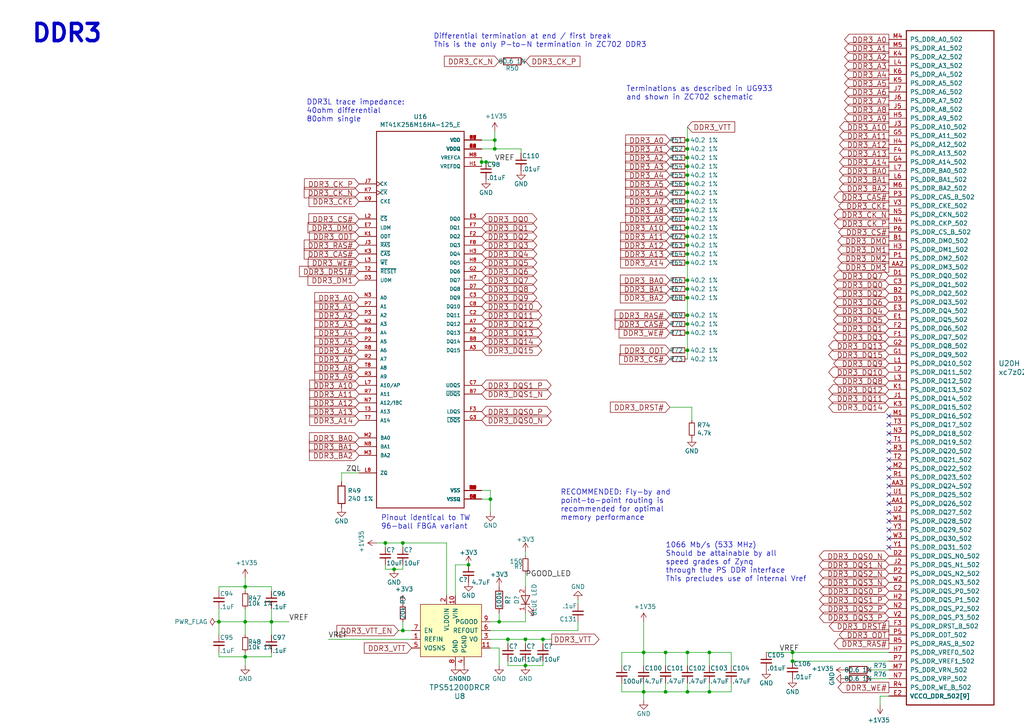
<source format=kicad_sch>
(kicad_sch (version 20231120) (generator "eeschema") (generator_version "8.0")
  (paper "A4")
  (junction (at 199.39 55.88))
  (junction (at 116.84 157.48))
  (junction (at 152.4 185.42))
  (junction (at 186.69 189.23))
  (junction (at 199.39 76.2))
  (junction (at 199.39 200.66))
  (junction (at 114.3 165.1))
  (junction (at 199.39 96.52))
  (junction (at 157.48 185.42))
  (junction (at 199.39 81.28))
  (junction (at 199.39 66.04))
  (junction (at 143.51 40.64))
  (junction (at 205.74 200.66))
  (junction (at 71.12 180.34))
  (junction (at 71.12 170.18))
  (junction (at 144.78 180.34))
  (junction (at 186.69 200.66))
  (junction (at 229.87 189.23))
  (junction (at 199.39 48.26))
  (junction (at 199.39 83.82))
  (junction (at 199.39 50.8))
  (junction (at 199.39 60.96))
  (junction (at 193.04 200.66))
  (junction (at 199.39 86.36))
  (junction (at 199.39 40.64))
  (junction (at 229.87 191.77))
  (junction (at 199.39 63.5))
  (junction (at 140.97 46.99))
  (junction (at 78.74 180.34))
  (junction (at 139.7 46.99))
  (junction (at 63.5 180.34))
  (junction (at 199.39 189.23))
  (junction (at 142.24 144.78))
  (junction (at 199.39 91.44))
  (junction (at 199.39 53.34))
  (junction (at 199.39 43.18))
  (junction (at 135.89 163.83))
  (junction (at 199.39 71.12))
  (junction (at 199.39 45.72))
  (junction (at 71.12 190.5))
  (junction (at 193.04 189.23))
  (junction (at 205.74 189.23))
  (junction (at 152.4 193.04))
  (junction (at 199.39 101.6))
  (junction (at 199.39 68.58))
  (junction (at 199.39 93.98))
  (junction (at 199.39 58.42))
  (junction (at 111.76 157.48))
  (junction (at 147.32 185.42))
  (junction (at 116.84 182.88))
  (junction (at 199.39 73.66))
  (junction (at 143.51 43.18))
  (no_connect (at 257.81 138.43))
  (no_connect (at 257.81 133.35))
  (no_connect (at 257.81 153.67))
  (no_connect (at 257.81 148.59))
  (no_connect (at 257.81 123.19))
  (no_connect (at 257.81 128.27))
  (no_connect (at 257.81 135.89))
  (no_connect (at 257.81 125.73))
  (no_connect (at 257.81 158.75))
  (no_connect (at 257.81 120.65))
  (no_connect (at 257.81 130.81))
  (no_connect (at 257.81 146.05))
  (no_connect (at 257.81 143.51))
  (no_connect (at 257.81 151.13))
  (no_connect (at 257.81 156.21))
  (no_connect (at 257.81 140.97))
  (wire (pts (xy 152.4 193.04) (xy 157.48 193.04)))
  (wire (pts (xy 71.12 170.18) (xy 71.12 171.45)))
  (wire (pts (xy 167.64 180.34) (xy 167.64 182.88)))
  (wire (pts (xy 119.38 182.88) (xy 116.84 182.88)))
  (wire (pts (xy 71.12 180.34) (xy 63.5 180.34)))
  (wire (pts (xy 143.51 38.1) (xy 143.51 40.64)))
  (wire (pts (xy 199.39 96.52) (xy 199.39 101.6)))
  (wire (pts (xy 71.12 167.64) (xy 71.12 170.18)))
  (wire (pts (xy 111.76 163.83) (xy 111.76 165.1)))
  (wire (pts (xy 252.73 196.85) (xy 257.81 196.85)))
  (wire (pts (xy 180.34 200.66) (xy 186.69 200.66)))
  (wire (pts (xy 186.69 189.23) (xy 186.69 193.04)))
  (wire (pts (xy 114.3 165.1) (xy 116.84 165.1)))
  (wire (pts (xy 199.39 101.6) (xy 199.39 104.14)))
  (wire (pts (xy 199.39 73.66) (xy 199.39 71.12)))
  (wire (pts (xy 104.14 137.16) (xy 99.06 137.16)))
  (wire (pts (xy 147.32 191.77) (xy 147.32 193.04)))
  (wire (pts (xy 255.27 201.93) (xy 255.27 204.47)))
  (wire (pts (xy 212.09 200.66) (xy 212.09 198.12)))
  (wire (pts (xy 229.87 191.77) (xy 257.81 191.77)))
  (wire (pts (xy 180.34 198.12) (xy 180.34 200.66)))
  (wire (pts (xy 152.4 186.69) (xy 152.4 185.42)))
  (wire (pts (xy 199.39 198.12) (xy 199.39 200.66)))
  (wire (pts (xy 139.7 142.24) (xy 142.24 142.24)))
  (wire (pts (xy 78.74 170.18) (xy 78.74 171.45)))
  (wire (pts (xy 147.32 186.69) (xy 147.32 185.42)))
  (wire (pts (xy 143.51 40.64) (xy 139.7 40.64)))
  (wire (pts (xy 78.74 180.34) (xy 78.74 184.15)))
  (wire (pts (xy 199.39 36.83) (xy 199.39 40.64)))
  (wire (pts (xy 152.4 161.29) (xy 152.4 160.02)))
  (wire (pts (xy 199.39 48.26) (xy 199.39 45.72)))
  (wire (pts (xy 152.4 166.37) (xy 152.4 170.18)))
  (wire (pts (xy 142.24 185.42) (xy 147.32 185.42)))
  (wire (pts (xy 152.4 191.77) (xy 152.4 193.04)))
  (wire (pts (xy 71.12 176.53) (xy 71.12 180.34)))
  (wire (pts (xy 142.24 182.88) (xy 167.64 182.88)))
  (wire (pts (xy 199.39 63.5) (xy 199.39 60.96)))
  (wire (pts (xy 111.76 157.48) (xy 116.84 157.48)))
  (wire (pts (xy 157.48 193.04) (xy 157.48 191.77)))
  (wire (pts (xy 205.74 198.12) (xy 205.74 200.66)))
  (wire (pts (xy 199.39 66.04) (xy 199.39 63.5)))
  (wire (pts (xy 199.39 60.96) (xy 199.39 58.42)))
  (wire (pts (xy 257.81 201.93) (xy 255.27 201.93)))
  (wire (pts (xy 199.39 58.42) (xy 199.39 55.88)))
  (wire (pts (xy 116.84 180.34) (xy 116.84 182.88)))
  (wire (pts (xy 71.12 170.18) (xy 78.74 170.18)))
  (wire (pts (xy 147.32 185.42) (xy 152.4 185.42)))
  (wire (pts (xy 186.69 200.66) (xy 186.69 203.2)))
  (wire (pts (xy 116.84 158.75) (xy 116.84 157.48)))
  (wire (pts (xy 199.39 81.28) (xy 199.39 76.2)))
  (wire (pts (xy 193.04 200.66) (xy 199.39 200.66)))
  (wire (pts (xy 95.25 185.42) (xy 119.38 185.42)))
  (wire (pts (xy 142.24 144.78) (xy 142.24 148.59)))
  (wire (pts (xy 129.54 157.48) (xy 129.54 172.72)))
  (wire (pts (xy 142.24 180.34) (xy 144.78 180.34)))
  (wire (pts (xy 63.5 180.34) (xy 63.5 184.15)))
  (wire (pts (xy 199.39 91.44) (xy 199.39 93.98)))
  (wire (pts (xy 152.4 180.34) (xy 144.78 180.34)))
  (wire (pts (xy 71.12 190.5) (xy 78.74 190.5)))
  (wire (pts (xy 78.74 176.53) (xy 78.74 180.34)))
  (wire (pts (xy 116.84 157.48) (xy 129.54 157.48)))
  (wire (pts (xy 186.69 198.12) (xy 186.69 200.66)))
  (wire (pts (xy 229.87 189.23) (xy 222.25 189.23)))
  (wire (pts (xy 257.81 194.31) (xy 252.73 194.31)))
  (wire (pts (xy 116.84 182.88) (xy 115.57 182.88)))
  (wire (pts (xy 205.74 200.66) (xy 212.09 200.66)))
  (wire (pts (xy 132.08 163.83) (xy 132.08 172.72)))
  (wire (pts (xy 109.22 157.48) (xy 111.76 157.48)))
  (wire (pts (xy 199.39 93.98) (xy 199.39 96.52)))
  (wire (pts (xy 193.04 189.23) (xy 199.39 189.23)))
  (wire (pts (xy 199.39 189.23) (xy 199.39 193.04)))
  (wire (pts (xy 152.4 177.8) (xy 152.4 180.34)))
  (wire (pts (xy 152.4 185.42) (xy 157.48 185.42)))
  (wire (pts (xy 139.7 43.18) (xy 143.51 43.18)))
  (wire (pts (xy 111.76 158.75) (xy 111.76 157.48)))
  (wire (pts (xy 212.09 189.23) (xy 212.09 193.04)))
  (wire (pts (xy 180.34 193.04) (xy 180.34 189.23)))
  (wire (pts (xy 199.39 55.88) (xy 199.39 53.34)))
  (wire (pts (xy 139.7 45.72) (xy 139.7 46.99)))
  (wire (pts (xy 157.48 185.42) (xy 160.02 185.42)))
  (wire (pts (xy 229.87 189.23) (xy 257.81 189.23)))
  (wire (pts (xy 140.97 46.99) (xy 143.51 46.99)))
  (wire (pts (xy 144.78 187.96) (xy 144.78 193.04)))
  (wire (pts (xy 199.39 86.36) (xy 199.39 91.44)))
  (wire (pts (xy 199.39 50.8) (xy 199.39 48.26)))
  (wire (pts (xy 194.31 118.11) (xy 200.66 118.11)))
  (wire (pts (xy 83.82 180.34) (xy 78.74 180.34)))
  (wire (pts (xy 199.39 68.58) (xy 199.39 66.04)))
  (wire (pts (xy 205.74 189.23) (xy 205.74 193.04)))
  (wire (pts (xy 199.39 45.72) (xy 199.39 43.18)))
  (wire (pts (xy 186.69 200.66) (xy 193.04 200.66)))
  (wire (pts (xy 111.76 165.1) (xy 114.3 165.1)))
  (wire (pts (xy 186.69 189.23) (xy 193.04 189.23)))
  (wire (pts (xy 135.89 163.83) (xy 132.08 163.83)))
  (wire (pts (xy 63.5 170.18) (xy 71.12 170.18)))
  (wire (pts (xy 151.13 43.18) (xy 151.13 44.45)))
  (wire (pts (xy 199.39 189.23) (xy 205.74 189.23)))
  (wire (pts (xy 200.66 118.11) (xy 200.66 121.92)))
  (wire (pts (xy 139.7 48.26) (xy 139.7 46.99)))
  (wire (pts (xy 99.06 137.16) (xy 99.06 139.7)))
  (wire (pts (xy 180.34 189.23) (xy 186.69 189.23)))
  (wire (pts (xy 157.48 186.69) (xy 157.48 185.42)))
  (wire (pts (xy 116.84 165.1) (xy 116.84 163.83)))
  (wire (pts (xy 199.39 76.2) (xy 199.39 73.66)))
  (wire (pts (xy 205.74 189.23) (xy 212.09 189.23)))
  (wire (pts (xy 139.7 46.99) (xy 140.97 46.99)))
  (wire (pts (xy 199.39 200.66) (xy 205.74 200.66)))
  (wire (pts (xy 193.04 189.23) (xy 193.04 193.04)))
  (wire (pts (xy 143.51 43.18) (xy 143.51 40.64)))
  (wire (pts (xy 71.12 189.23) (xy 71.12 190.5)))
  (wire (pts (xy 199.39 86.36) (xy 199.39 83.82)))
  (wire (pts (xy 71.12 190.5) (xy 71.12 193.04)))
  (wire (pts (xy 143.51 43.18) (xy 151.13 43.18)))
  (wire (pts (xy 63.5 189.23) (xy 63.5 190.5)))
  (wire (pts (xy 78.74 190.5) (xy 78.74 189.23)))
  (wire (pts (xy 78.74 180.34) (xy 71.12 180.34)))
  (wire (pts (xy 186.69 180.34) (xy 186.69 189.23)))
  (wire (pts (xy 199.39 71.12) (xy 199.39 68.58)))
  (wire (pts (xy 63.5 176.53) (xy 63.5 180.34)))
  (wire (pts (xy 71.12 180.34) (xy 71.12 184.15)))
  (wire (pts (xy 199.39 53.34) (xy 199.39 50.8)))
  (wire (pts (xy 147.32 193.04) (xy 152.4 193.04)))
  (wire (pts (xy 139.7 144.78) (xy 142.24 144.78)))
  (wire (pts (xy 167.64 173.99) (xy 167.64 175.26)))
  (wire (pts (xy 199.39 83.82) (xy 199.39 81.28)))
  (wire (pts (xy 63.5 190.5) (xy 71.12 190.5)))
  (wire (pts (xy 199.39 43.18) (xy 199.39 40.64)))
  (wire (pts (xy 63.5 171.45) (xy 63.5 170.18)))
  (wire (pts (xy 144.78 180.34) (xy 144.78 177.8)))
  (wire (pts (xy 142.24 187.96) (xy 144.78 187.96)))
  (wire (pts (xy 193.04 198.12) (xy 193.04 200.66)))
  (wire (pts (xy 142.24 142.24) (xy 142.24 144.78)))
  (wire (pts (xy 229.87 189.23) (xy 229.87 191.77)))
  (text "Terminations as described in UG933\nand shown in ZC702 schematic" (at 181.61 29.21 0) (effects (font (size 1.524 1.524)) (justify left bottom)))
  (text "Pinout identical to TW \n96-ball FBGA variant\n" (at 110.49 153.67 0) (effects (font (size 1.524 1.524)) (justify left bottom)))
  (text "DDR3" (at 8.89 12.7 0) (effects (font (size 5.0038 5.0038) (thickness 1.0008) (bold yes)) (justify left bottom)))
  (text "1066 Mb/s (533 MHz)\nShould be attainable by all \nspeed grades of Zynq\nthrough the PS DDR interface\nThis precludes use of internal Vref" (at 193.04 168.91 0) (effects (font (size 1.524 1.524)) (justify left bottom)))
  (text "Differential termination at end / first break\nThis is the only P-to-N termination in ZC702 DDR3" (at 125.73 13.97 0) (effects (font (size 1.524 1.524)) (justify left bottom)))
  (text "DDR3L trace impedance:\n40ohm differential\n80ohm single" (at 88.9 35.56 0) (effects (font (size 1.524 1.524)) (justify left bottom)))
  (text "RECOMMENDED: Fly-by and \npoint-to-point routing is\nrecommended for optimal \nmemory performance" (at 162.56 151.13 0) (effects (font (size 1.524 1.524)) (justify left bottom)))
  (label "VREF" (at 143.51 46.99 0) (effects (font (size 1.524 1.524))))
  (label "PGOOD_LED" (at 152.4 167.64 0) (effects (font (size 1.524 1.524))))
  (label "VREF" (at 95.25 185.42 0) (effects (font (size 1.524 1.524))))
  (label "VREF" (at 226.06 189.23 0) (effects (font (size 1.524 1.524))))
  (label "VREF" (at 83.82 180.34 0) (effects (font (size 1.524 1.524))))
  (label "ZQL" (at 100.33 137.16 0) (effects (font (size 1.4986 1.4986))))
  (global_label "DDR3_WE#" (shape input) (at 104.14 76.2 180) (effects (font (size 1.524 1.524))) (property "Intersheetrefs" "${INTERSHEET_REFS}" (effects (hide yes))))
  (global_label "DDR3_A0" (shape input) (at 104.14 86.36 180) (effects (font (size 1.524 1.524))) (property "Intersheetrefs" "${INTERSHEET_REFS}" (effects (hide yes))))
  (global_label "DDR3_DRST#" (shape output) (at 257.81 181.61 180) (effects (font (size 1.524 1.524))) (property "Intersheetrefs" "${INTERSHEET_REFS}" (effects (hide yes))))
  (global_label "DDR3_CK_N" (shape input) (at 104.14 55.88 180) (effects (font (size 1.524 1.524))) (property "Intersheetrefs" "${INTERSHEET_REFS}" (effects (hide yes))))
  (global_label "DDR3_CS#" (shape output) (at 257.81 67.31 180) (effects (font (size 1.524 1.524))) (property "Intersheetrefs" "${INTERSHEET_REFS}" (effects (hide yes))))
  (global_label "DDR3_A1" (shape input) (at 194.31 43.18 180) (effects (font (size 1.524 1.524))) (property "Intersheetrefs" "${INTERSHEET_REFS}" (effects (hide yes))))
  (global_label "DDR3_A9" (shape input) (at 194.31 63.5 180) (effects (font (size 1.524 1.524))) (property "Intersheetrefs" "${INTERSHEET_REFS}" (effects (hide yes))))
  (global_label "DDR3_CS#" (shape input) (at 194.31 104.14 180) (effects (font (size 1.524 1.524))) (property "Intersheetrefs" "${INTERSHEET_REFS}" (effects (hide yes))))
  (global_label "DDR3_A10" (shape output) (at 257.81 36.83 180) (effects (font (size 1.524 1.524))) (property "Intersheetrefs" "${INTERSHEET_REFS}" (effects (hide yes))))
  (global_label "DDR3_DQ3" (shape bidirectional) (at 257.81 97.79 180) (effects (font (size 1.524 1.524))) (property "Intersheetrefs" "${INTERSHEET_REFS}" (effects (hide yes))))
  (global_label "DDR3_DQ9" (shape bidirectional) (at 139.7 86.36 0) (effects (font (size 1.524 1.524))) (property "Intersheetrefs" "${INTERSHEET_REFS}" (effects (hide yes))))
  (global_label "DDR3_A4" (shape output) (at 257.81 21.59 180) (effects (font (size 1.524 1.524))) (property "Intersheetrefs" "${INTERSHEET_REFS}" (effects (hide yes))))
  (global_label "DDR3_BA0" (shape output) (at 257.81 49.53 180) (effects (font (size 1.524 1.524))) (property "Intersheetrefs" "${INTERSHEET_REFS}" (effects (hide yes))))
  (global_label "DDR3_DQ14" (shape bidirectional) (at 139.7 99.06 0) (effects (font (size 1.524 1.524))) (property "Intersheetrefs" "${INTERSHEET_REFS}" (effects (hide yes))))
  (global_label "DDR3_ODT" (shape input) (at 194.31 101.6 180) (effects (font (size 1.524 1.524))) (property "Intersheetrefs" "${INTERSHEET_REFS}" (effects (hide yes))))
  (global_label "DDR3_DRST#" (shape input) (at 104.14 78.74 180) (effects (font (size 1.524 1.524))) (property "Intersheetrefs" "${INTERSHEET_REFS}" (effects (hide yes))))
  (global_label "DDR3_CAS#" (shape output) (at 257.81 57.15 180) (effects (font (size 1.524 1.524))) (property "Intersheetrefs" "${INTERSHEET_REFS}" (effects (hide yes))))
  (global_label "DDR3_DQ6" (shape bidirectional) (at 139.7 78.74 0) (effects (font (size 1.524 1.524))) (property "Intersheetrefs" "${INTERSHEET_REFS}" (effects (hide yes))))
  (global_label "DDR3_DQ11" (shape bidirectional) (at 257.81 115.57 180) (effects (font (size 1.524 1.524))) (property "Intersheetrefs" "${INTERSHEET_REFS}" (effects (hide yes))))
  (global_label "DDR3_A0" (shape output) (at 257.81 11.43 180) (effects (font (size 1.524 1.524))) (property "Intersheetrefs" "${INTERSHEET_REFS}" (effects (hide yes))))
  (global_label "DDR3_CK_N" (shape output) (at 257.81 62.23 180) (effects (font (size 1.524 1.524))) (property "Intersheetrefs" "${INTERSHEET_REFS}" (effects (hide yes))))
  (global_label "DDR3_DQS3_N" (shape bidirectional) (at 257.81 168.91 180) (effects (font (size 1.524 1.524))) (property "Intersheetrefs" "${INTERSHEET_REFS}" (effects (hide yes))))
  (global_label "DDR3_A14" (shape input) (at 104.14 121.92 180) (effects (font (size 1.524 1.524))) (property "Intersheetrefs" "${INTERSHEET_REFS}" (effects (hide yes))))
  (global_label "DDR3_A3" (shape input) (at 104.14 93.98 180) (effects (font (size 1.524 1.524))) (property "Intersheetrefs" "${INTERSHEET_REFS}" (effects (hide yes))))
  (global_label "DDR3_A7" (shape input) (at 104.14 104.14 180) (effects (font (size 1.524 1.524))) (property "Intersheetrefs" "${INTERSHEET_REFS}" (effects (hide yes))))
  (global_label "DDR3_CK_P" (shape input) (at 152.4 17.78 0) (effects (font (size 1.524 1.524))) (property "Intersheetrefs" "${INTERSHEET_REFS}" (effects (hide yes))))
  (global_label "DDR3_DQ14" (shape bidirectional) (at 257.81 118.11 180) (effects (font (size 1.524 1.524))) (property "Intersheetrefs" "${INTERSHEET_REFS}" (effects (hide yes))))
  (global_label "DDR3_DQ15" (shape bidirectional) (at 139.7 101.6 0) (effects (font (size 1.524 1.524))) (property "Intersheetrefs" "${INTERSHEET_REFS}" (effects (hide yes))))
  (global_label "DDR3_A12" (shape input) (at 104.14 116.84 180) (effects (font (size 1.524 1.524))) (property "Intersheetrefs" "${INTERSHEET_REFS}" (effects (hide yes))))
  (global_label "DDR3_CK_P" (shape input) (at 104.14 53.34 180) (effects (font (size 1.524 1.524))) (property "Intersheetrefs" "${INTERSHEET_REFS}" (effects (hide yes))))
  (global_label "DDR3_DQ6" (shape bidirectional) (at 257.81 87.63 180) (effects (font (size 1.524 1.524))) (property "Intersheetrefs" "${INTERSHEET_REFS}" (effects (hide yes))))
  (global_label "DDR3_DQS2_P" (shape bidirectional) (at 257.81 176.53 180) (effects (font (size 1.524 1.524))) (property "Intersheetrefs" "${INTERSHEET_REFS}" (effects (hide yes))))
  (global_label "DDR3_DM1" (shape output) (at 257.81 72.39 180) (effects (font (size 1.524 1.524))) (property "Intersheetrefs" "${INTERSHEET_REFS}" (effects (hide yes))))
  (global_label "DDR3_A3" (shape input) (at 194.31 48.26 180) (effects (font (size 1.524 1.524))) (property "Intersheetrefs" "${INTERSHEET_REFS}" (effects (hide yes))))
  (global_label "DDR3_CKE" (shape output) (at 257.81 59.69 180) (effects (font (size 1.524 1.524))) (property "Intersheetrefs" "${INTERSHEET_REFS}" (effects (hide yes))))
  (global_label "DDR3_RAS#" (shape input) (at 104.14 71.12 180) (effects (font (size 1.524 1.524))) (property "Intersheetrefs" "${INTERSHEET_REFS}" (effects (hide yes))))
  (global_label "DDR3_A1" (shape input) (at 104.14 88.9 180) (effects (font (size 1.524 1.524))) (property "Intersheetrefs" "${INTERSHEET_REFS}" (effects (hide yes))))
  (global_label "DDR3_RAS#" (shape output) (at 257.81 186.69 180) (effects (font (size 1.524 1.524))) (property "Intersheetrefs" "${INTERSHEET_REFS}" (effects (hide yes))))
  (global_label "DDR3_A13" (shape output) (at 257.81 44.45 180) (effects (font (size 1.524 1.524))) (property "Intersheetrefs" "${INTERSHEET_REFS}" (effects (hide yes))))
  (global_label "DDR3_A12" (shape output) (at 257.81 41.91 180) (effects (font (size 1.524 1.524))) (property "Intersheetrefs" "${INTERSHEET_REFS}" (effects (hide yes))))
  (global_label "DDR3_DQ12" (shape bidirectional) (at 257.81 113.03 180) (effects (font (size 1.524 1.524))) (property "Intersheetrefs" "${INTERSHEET_REFS}" (effects (hide yes))))
  (global_label "DDR3_DQS0_P" (shape bidirectional) (at 257.81 171.45 180) (effects (font (size 1.524 1.524))) (property "Intersheetrefs" "${INTERSHEET_REFS}" (effects (hide yes))))
  (global_label "DDR3_DQS0_P" (shape bidirectional) (at 139.7 119.38 0) (effects (font (size 1.524 1.524))) (property "Intersheetrefs" "${INTERSHEET_REFS}" (effects (hide yes))))
  (global_label "DDR3_BA1" (shape output) (at 257.81 52.07 180) (effects (font (size 1.524 1.524))) (property "Intersheetrefs" "${INTERSHEET_REFS}" (effects (hide yes))))
  (global_label "DDR3_A12" (shape input) (at 194.31 71.12 180) (effects (font (size 1.524 1.524))) (property "Intersheetrefs" "${INTERSHEET_REFS}" (effects (hide yes))))
  (global_label "DDR3_A6" (shape input) (at 194.31 55.88 180) (effects (font (size 1.524 1.524))) (property "Intersheetrefs" "${INTERSHEET_REFS}" (effects (hide yes))))
  (global_label "DDR3_A10" (shape input) (at 194.31 66.04 180) (effects (font (size 1.524 1.524))) (property "Intersheetrefs" "${INTERSHEET_REFS}" (effects (hide yes))))
  (global_label "DDR3_VTT" (shape input) (at 199.39 36.83 0) (effects (font (size 1.524 1.524))) (property "Intersheetrefs" "${INTERSHEET_REFS}" (effects (hide yes))))
  (global_label "DDR3_BA1" (shape input) (at 194.31 83.82 180) (effects (font (size 1.524 1.524))) (property "Intersheetrefs" "${INTERSHEET_REFS}" (effects (hide yes))))
  (global_label "DDR3_DQ2" (shape bidirectional) (at 139.7 68.58 0) (effects (font (size 1.524 1.524))) (property "Intersheetrefs" "${INTERSHEET_REFS}" (effects (hide yes))))
  (global_label "DDR3_VTT" (shape input) (at 119.38 187.96 180) (effects (font (size 1.524 1.524))) (property "Intersheetrefs" "${INTERSHEET_REFS}" (effects (hide yes))))
  (global_label "DDR3_A13" (shape input) (at 194.31 73.66 180) (effects (font (size 1.524 1.524))) (property "Intersheetrefs" "${INTERSHEET_REFS}" (effects (hide yes))))
  (global_label "DDR3_DQS1_P" (shape bidirectional) (at 139.7 111.76 0) (effects (font (size 1.524 1.524))) (property "Intersheetrefs" "${INTERSHEET_REFS}" (effects (hide yes))))
  (global_label "DDR3_A1" (shape output) (at 257.81 13.97 180) (effects (font (size 1.524 1.524))) (property "Intersheetrefs" "${INTERSHEET_REFS}" (effects (hide yes))))
  (global_label "DDR3_DQ2" (shape bidirectional) (at 257.81 85.09 180) (effects (font (size 1.524 1.524))) (property "Intersheetrefs" "${INTERSHEET_REFS}" (effects (hide yes))))
  (global_label "DDR3_BA2" (shape input) (at 104.14 132.08 180) (effects (font (size 1.524 1.524))) (property "Intersheetrefs" "${INTERSHEET_REFS}" (effects (hide yes))))
  (global_label "DDR3_A11" (shape input) (at 194.31 68.58 180) (effects (font (size 1.524 1.524))) (property "Intersheetrefs" "${INTERSHEET_REFS}" (effects (hide yes))))
  (global_label "DDR3_ODT" (shape input) (at 104.14 68.58 180) (effects (font (size 1.524 1.524))) (property "Intersheetrefs" "${INTERSHEET_REFS}" (effects (hide yes))))
  (global_label "DDR3_A5" (shape input) (at 104.14 99.06 180) (effects (font (size 1.524 1.524))) (property "Intersheetrefs" "${INTERSHEET_REFS}" (effects (hide yes))))
  (global_label "DDR3_CKE" (shape input) (at 104.14 58.42 180) (effects (font (size 1.524 1.524))) (property "Intersheetrefs" "${INTERSHEET_REFS}" (effects (hide yes))))
  (global_label "DDR3_DQ3" (shape bidirectional) (at 139.7 71.12 0) (effects (font (size 1.524 1.524))) (property "Intersheetrefs" "${INTERSHEET_REFS}" (effects (hide yes))))
  (global_label "DDR3_DQ0" (shape bidirectional) (at 139.7 63.5 0) (effects (font (size 1.524 1.524))) (property "Intersheetrefs" "${INTERSHEET_REFS}" (effects (hide yes))))
  (global_label "DDR3_A14" (shape input) (at 194.31 76.2 180) (effects (font (size 1.524 1.524))) (property "Intersheetrefs" "${INTERSHEET_REFS}" (effects (hide yes))))
  (global_label "DDR3_A2" (shape input) (at 104.14 91.44 180) (effects (font (size 1.524 1.524))) (property "Intersheetrefs" "${INTERSHEET_REFS}" (effects (hide yes))))
  (global_label "DDR3_DQ9" (shape bidirectional) (at 257.81 105.41 180) (effects (font (size 1.524 1.524))) (property "Intersheetrefs" "${INTERSHEET_REFS}" (effects (hide yes))))
  (global_label "DDR3_DQ10" (shape bidirectional) (at 257.81 107.95 180) (effects (font (size 1.524 1.524))) (property "Intersheetrefs" "${INTERSHEET_REFS}" (effects (hide yes))))
  (global_label "DDR3_DQ8" (shape bidirectional) (at 139.7 83.82 0) (effects (font (size 1.524 1.524))) (property "Intersheetrefs" "${INTERSHEET_REFS}" (effects (hide yes))))
  (global_label "DDR3_DQ1" (shape bidirectional) (at 139.7 66.04 0) (effects (font (size 1.524 1.524))) (property "Intersheetrefs" "${INTERSHEET_REFS}" (effects (hide yes))))
  (global_label "DDR3_CAS#" (shape input) (at 194.31 93.98 180) (effects (font (size 1.524 1.524))) (property "Intersheetrefs" "${INTERSHEET_REFS}" (effects (hide yes))))
  (global_label "DDR3_A13" (shape input) (at 104.14 119.38 180) (effects (font (size 1.524 1.524))) (property "Intersheetrefs" "${INTERSHEET_REFS}" (effects (hide yes))))
  (global_label "DDR3_BA0" (shape input) (at 194.31 81.28 180) (effects (font (size 1.524 1.524))) (property "Intersheetrefs" "${INTERSHEET_REFS}" (effects (hide yes))))
  (global_label "DDR3_A9" (shape input) (at 104.14 109.22 180) (effects (font (size 1.524 1.524))) (property "Intersheetrefs" "${INTERSHEET_REFS}" (effects (hide yes))))
  (global_label "DDR3_A3" (shape output) (at 257.81 19.05 180) (effects (font (size 1.524 1.524))) (property "Intersheetrefs" "${INTERSHEET_REFS}" (effects (hide yes))))
  (global_label "DDR3_RAS#" (shape input) (at 194.31 91.44 180) (effects (font (size 1.524 1.524))) (property "Intersheetrefs" "${INTERSHEET_REFS}" (effects (hide yes))))
  (global_label "DDR3_A8" (shape input) (at 194.31 60.96 180) (effects (font (size 1.524 1.524))) (property "Intersheetrefs" "${INTERSHEET_REFS}" (effects (hide yes))))
  (global_label "DDR3_DQ7" (shape bidirectional) (at 139.7 81.28 0) (effects (font (size 1.524 1.524))) (property "Intersheetrefs" "${INTERSHEET_REFS}" (effects (hide yes))))
  (global_label "DDR3_A10" (shape input) (at 104.14 111.76 180) (effects (font (size 1.524 1.524))) (property "Intersheetrefs" "${INTERSHEET_REFS}" (effects (hide yes))))
  (global_label "DDR3_A6" (shape input) (at 104.14 101.6 180) (effects (font (size 1.524 1.524))) (property "Intersheetrefs" "${INTERSHEET_REFS}" (effects (hide yes))))
  (global_label "DDR3_DQ7" (shape bidirectional) (at 257.81 80.01 180) (effects (font (size 1.524 1.524))) (property "Intersheetrefs" "${INTERSHEET_REFS}" (effects (hide yes))))
  (global_label "DDR3_A4" (shape input) (at 194.31 50.8 180) (effects (font (size 1.524 1.524))) (property "Intersheetrefs" "${INTERSHEET_REFS}" (effects (hide yes))))
  (global_label "DDR3_DQ13" (shape bidirectional) (at 139.7 96.52 0) (effects (font (size 1.524 1.524))) (property "Intersheetrefs" "${INTERSHEET_REFS}" (effects (hide yes))))
  (global_label "DDR3_CK_P" (shape output) (at 257.81 64.77 180) (effects (font (size 1.524 1.524))) (property "Intersheetrefs" "${INTERSHEET_REFS}" (effects (hide yes))))
  (global_label "DDR3_DQ4" (shape bidirectional) (at 139.7 73.66 0) (effects (font (size 1.524 1.524))) (property "Intersheetrefs" "${INTERSHEET_REFS}" (effects (hide yes))))
  (global_label "DDR3_DQS0_N" (shape bidirectional) (at 139.7 121.92 0) (effects (font (size 1.524 1.524))) (property "Intersheetrefs" "${INTERSHEET_REFS}" (effects (hide yes))))
  (global_label "DDR3_CAS#" (shape input) (at 104.14 73.66 180) (effects (font (size 1.524 1.524))) (property "Intersheetrefs" "${INTERSHEET_REFS}" (effects (hide yes))))
  (global_label "DDR3_DQS1_N" (shape bidirectional) (at 139.7 114.3 0) (effects (font (size 1.524 1.524))) (property "Intersheetrefs" "${INTERSHEET_REFS}" (effects (hide yes))))
  (global_label "DDR3_ODT" (shape output) (at 257.81 184.15 180) (effects (font (size 1.524 1.524))) (property "Intersheetrefs" "${INTERSHEET_REFS}" (effects (hide yes))))
  (global_label "DDR3_DQ8" (shape bidirectional) (at 257.81 110.49 180) (effects (font (size 1.524 1.524))) (property "Intersheetrefs" "${INTERSHEET_REFS}" (effects (hide yes))))
  (global_label "DDR3_A5" (shape input) (at 194.31 53.34 180) (effects (font (size 1.524 1.524))) (property "Intersheetrefs" "${INTERSHEET_REFS}" (effects (hide yes))))
  (global_label "DDR3_A9" (shape output) (at 257.81 34.29 180) (effects (font (size 1.524 1.524))) (property "Intersheetrefs" "${INTERSHEET_REFS}" (effects (hide yes))))
  (global_label "DDR3_DM1" (shape input) (at 104.14 81.28 180) (effects (font (size 1.524 1.524))) (property "Intersheetrefs" "${INTERSHEET_REFS}" (effects (hide yes))))
  (global_label "DDR3_A4" (shape input) (at 104.14 96.52 180) (effects (font (size 1.524 1.524))) (property "Intersheetrefs" "${INTERSHEET_REFS}" (effects (hide yes))))
  (global_label "DDR3_DQ1" (shape bidirectional) (at 257.81 95.25 180) (effects (font (size 1.524 1.524))) (property "Intersheetrefs" "${INTERSHEET_REFS}" (effects (hide yes))))
  (global_label "DDR3_A6" (shape output) (at 257.81 26.67 180) (effects (font (size 1.524 1.524))) (property "Intersheetrefs" "${INTERSHEET_REFS}" (effects (hide yes))))
  (global_label "DDR3_VTT" (shape output) (at 160.02 185.42 0) (effects (font (size 1.524 1.524))) (property "Intersheetrefs" "${INTERSHEET_REFS}" (effects (hide yes))))
  (global_label "DDR3_A7" (shape output) (at 257.81 29.21 180) (effects (font (size 1.524 1.524))) (property "Intersheetrefs" "${INTERSHEET_REFS}" (effects (hide yes))))
  (global_label "DDR3_A0" (shape input) (at 194.31 40.64 180) (effects (font (size 1.524 1.524))) (property "Intersheetrefs" "${INTERSHEET_REFS}" (effects (hide yes))))
  (global_label "DDR3_DQ5" (shape bidirectional) (at 257.81 92.71 180) (effects (font (size 1.524 1.524))) (property "Intersheetrefs" "${INTERSHEET_REFS}" (effects (hide yes))))
  (global_label "DDR3_DQS1_P" (shape bidirectional) (at 257.81 173.99 180) (effects (font (size 1.524 1.524))) (property "Intersheetrefs" "${INTERSHEET_REFS}" (effects (hide yes))))
  (global_label "DDR3_BA2" (shape output) (at 257.81 54.61 180) (effects (font (size 1.524 1.524))) (property "Intersheetrefs" "${INTERSHEET_REFS}" (effects (hide yes))))
  (global_label "DDR3_DQS1_N" (shape bidirectional) (at 257.81 163.83 180) (effects (font (size 1.524 1.524))) (property "Intersheetrefs" "${INTERSHEET_REFS}" (effects (hide yes))))
  (global_label "DDR3_BA1" (shape input) (at 104.14 129.54 180) (effects (font (size 1.524 1.524))) (property "Intersheetrefs" "${INTERSHEET_REFS}" (effects (hide yes))))
  (global_label "DDR3_DQS3_P" (shape bidirectional) (at 257.81 179.07 180) (effects (font (size 1.524 1.524))) (property "Intersheetrefs" "${INTERSHEET_REFS}" (effects (hide yes))))
  (global_label "DDR3_CS#" (shape input) (at 104.14 63.5 180) (effects (font (size 1.524 1.524))) (property "Intersheetrefs" "${INTERSHEET_REFS}" (effects (hide yes))))
  (global_label "DDR3_DM2" (shape output) (at 257.81 74.93 180) (effects (font (size 1.524 1.524))) (property "Intersheetrefs" "${INTERSHEET_REFS}" (effects (hide yes))))
  (global_label "DDR3_DQ4" (shape bidirectional) (at 257.81 90.17 180) (effects (font (size 1.524 1.524))) (property "Intersheetrefs" "${INTERSHEET_REFS}" (effects (hide yes))))
  (global_label "DDR3_BA0" (shape input) (at 104.14 127 180) (effects (font (size 1.524 1.524))) (property "Intersheetrefs" "${INTERSHEET_REFS}" (effects (hide yes))))
  (global_label "DDR3_WE#" (shape output) (at 257.81 199.39 180) (effects (font (size 1.524 1.524))) (property "Intersheetrefs" "${INTERSHEET_REFS}" (effects (hide yes))))
  (global_label "DDR3_DM0" (shape input) (at 104.14 66.04 180) (effects (font (size 1.524 1.524))) (property "Intersheetrefs" "${INTERSHEET_REFS}" (effects (hide yes))))
  (global_label "DDR3_A8" (shape input) (at 104.14 106.68 180) (effects (font (size 1.524 1.524))) (property "Intersheetrefs" "${INTERSHEET_REFS}" (effects (hide yes))))
  (global_label "DDR3_A7" (shape input) (at 194.31 58.42 180) (effects (font (size 1.524 1.524))) (property "Intersheetrefs" "${INTERSHEET_REFS}" (effects (hide yes))))
  (global_label "DDR3_DQS2_N" (shape bidirectional) (at 257.81 166.37 180) (effects (font (size 1.524 1.524))) (property "Intersheetrefs" "${INTERSHEET_REFS}" (effects (hide yes))))
  (global_label "DDR3_DQ15" (shape bidirectional) (at 257.81 102.87 180) (effects (font (size 1.524 1.524))) (property "Intersheetrefs" "${INTERSHEET_REFS}" (effects (hide yes))))
  (global_label "DDR3_DQ12" (shape bidirectional) (at 139.7 93.98 0) (effects (font (size 1.524 1.524))) (property "Intersheetrefs" "${INTERSHEET_REFS}" (effects (hide yes))))
  (global_label "DDR3_A14" (shape output) (at 257.81 46.99 180) (effects (font (size 1.524 1.524))) (property "Intersheetrefs" "${INTERSHEET_REFS}" (effects (hide yes))))
  (global_label "DDR3_DQ11" (shape bidirectional) (at 139.7 91.44 0) (effects (font (size 1.524 1.524))) (property "Intersheetrefs" "${INTERSHEET_REFS}" (effects (hide yes))))
  (global_label "DDR3_DQ13" (shape bidirectional) (at 257.81 100.33 180) (effects (font (size 1.524 1.524))) (property "Intersheetrefs" "${INTERSHEET_REFS}" (effects (hide yes))))
  (global_label "DDR3_WE#" (shape input) (at 194.31 96.52 180) (effects (font (size 1.524 1.524))) (property "Intersheetrefs" "${INTERSHEET_REFS}" (effects (hide yes))))
  (global_label "DDR3_A2" (shape output) (at 257.81 16.51 180) (effects (font (size 1.524 1.524))) (property "Intersheetrefs" "${INTERSHEET_REFS}" (effects (hide yes))))
  (global_label "DDR3_CK_N" (shape input) (at 144.78 17.78 180) (effects (font (size 1.524 1.524))) (property "Intersheetrefs" "${INTERSHEET_REFS}" (effects (hide yes))))
  (global_label "DDR3_A5" (shape output) (at 257.81 24.13 180) (effects (font (size 1.524 1.524))) (property "Intersheetrefs" "${INTERSHEET_REFS}" (effects (hide yes))))
  (global_label "DDR3_A11" (shape input) (at 104.14 114.3 180) (effects (font (size 1.524 1.524))) (property "Intersheetrefs" "${INTERSHEET_REFS}" (effects (hide yes))))
  (global_label "DDR3_DM3" (shape output) (at 257.81 77.47 180) (effects (font (size 1.524 1.524))) (property "Intersheetrefs" "${INTERSHEET_REFS}" (effects (hide yes))))
  (global_label "DDR3_DM0" (shape output) (at 257.81 69.85 180) (effects (font (size 1.524 1.524))) (property "Intersheetrefs" "${INTERSHEET_REFS}" (effects (hide yes))))
  (global_label "DDR3_DQS0_N" (shape bidirectional) (at 257.81 161.29 180) (effects (font (size 1.524 1.524))) (property "Intersheetrefs" "${INTERSHEET_REFS}" (effects (hide yes))))
  (global_label "DDR3_DRST#" (shape input) (at 194.31 118.11 180) (effects (font (size 1.524 1.524))) (property "Intersheetrefs" "${INTERSHEET_REFS}" (effects (hide yes))))
  (global_label "DDR3_DQ10" (shape bidirectional) (at 139.7 88.9 0) (effects (font (size 1.524 1.524))) (property "Intersheetrefs" "${INTERSHEET_REFS}" (effects (hide yes))))
  (global_label "DDR3_A2" (shape input) (at 194.31 45.72 180) (effects (font (size 1.524 1.524))) (property "Intersheetrefs" "${INTERSHEET_REFS}" (effects (hide yes))))
  (global_label "DDR3_A8" (shape output) (at 257.81 31.75 180) (effects (font (size 1.524 1.524))) (property "Intersheetrefs" "${INTERSHEET_REFS}" (effects (hide yes))))
  (global_label "DDR3_VTT_EN" (shape input) (at 115.57 182.88 180) (effects (font (size 1.524 1.524))) (property "Intersheetrefs" "${INTERSHEET_REFS}" (effects (hide yes))))
  (global_label "DDR3_DQ0" (shape bidirectional) (at 257.81 82.55 180) (effects (font (size 1.524 1.524))) (property "Intersheetrefs" "${INTERSHEET_REFS}" (effects (hide yes))))
  (global_label "DDR3_DQ5" (shape bidirectional) (at 139.7 76.2 0) (effects (font (size 1.524 1.524))) (property "Intersheetrefs" "${INTERSHEET_REFS}" (effects (hide yes))))
  (global_label "DDR3_A11" (shape output) (at 257.81 39.37 180) (effects (font (size 1.524 1.524))) (property "Intersheetrefs" "${INTERSHEET_REFS}" (effects (hide yes))))
  (global_label "DDR3_BA2" (shape input) (at 194.31 86.36 180) (effects (font (size 1.524 1.524))) (property "Intersheetrefs" "${INTERSHEET_REFS}" (effects (hide yes))))
  (symbol (lib_id "DFTBoard-rescue:GND-power") (at 142.24 148.59 0) (unit 1)
    (property "Reference" "#PWR0157" (effects (hide yes)))
    (property "Value" "GND" (at 142.24 152.4 0))
  )
  (symbol (lib_id "Device:R_Small") (at 71.12 173.99 0) (unit 1)
    (property "Reference" "R47" (at 71.882 173.482 0) (effects (justify left)))
    (property "Value" "10k 1%" (at 71.882 175.006 0) (effects (justify left)))
    (property "Footprint" "Resistor_SMD:R_0402_1005Metric" (effects (hide yes)))
    (property "MFR" "Yageo" (effects (hide yes)))
    (property "SPR" "Digikey" (effects (hide yes)))
    (property "MPN" "RC0402FR-0710KL" (effects (hide yes)))
    (property "SPN" "311-10.0KLRCT-ND" (effects (hide yes)))
    (property "SPURL" "-" (effects (hide yes)))
  )
  (symbol (lib_id "DFTBoard-rescue:GND-power") (at 71.12 193.04 0) (unit 1)
    (property "Reference" "#PWR0154" (effects (hide yes)))
    (property "Value" "GND" (at 71.12 196.85 0))
  )
  (symbol (lib_id "Device:C_Small") (at 63.5 173.99 0) (unit 1)
    (property "Reference" "C94" (at 63.754 172.212 0) (effects (justify left)))
    (property "Value" ".1uF" (at 63.754 176.022 0) (effects (justify left)))
    (property "Footprint" "Capacitor_SMD:C_0402_1005Metric" (effects (hide yes)))
    (property "MFR" "Yageo" (effects (hide yes)))
    (property "MPN" "CC0402KRX7R6BB104" (effects (hide yes)))
    (property "SPR" "Digikey" (effects (hide yes)))
    (property "SPN" "311-1345-1-ND" (effects (hide yes)))
  )
  (symbol (lib_id "Device:C_Small") (at 63.5 186.69 0) (unit 1)
    (property "Reference" "C95" (at 63.754 184.912 0) (effects (justify left)))
    (property "Value" ".1uF" (at 63.754 188.722 0) (effects (justify left)))
    (property "Footprint" "Capacitor_SMD:C_0402_1005Metric" (effects (hide yes)))
    (property "MFR" "Yageo" (effects (hide yes)))
    (property "MPN" "CC0402KRX7R6BB104" (effects (hide yes)))
    (property "SPR" "Digikey" (effects (hide yes)))
    (property "SPN" "311-1345-1-ND" (effects (hide yes)))
  )
  (symbol (lib_id "Device:C_Small") (at 78.74 173.99 0) (unit 1)
    (property "Reference" "C96" (at 78.994 172.212 0) (effects (justify left)))
    (property "Value" ".1uF" (at 78.994 176.022 0) (effects (justify left)))
    (property "Footprint" "Capacitor_SMD:C_0402_1005Metric" (effects (hide yes)))
    (property "MFR" "Yageo" (effects (hide yes)))
    (property "MPN" "CC0402KRX7R6BB104" (effects (hide yes)))
    (property "SPR" "Digikey" (effects (hide yes)))
    (property "SPN" "311-1345-1-ND" (effects (hide yes)))
  )
  (symbol (lib_id "Device:C_Small") (at 78.74 186.69 0) (unit 1)
    (property "Reference" "C97" (at 78.994 184.912 0) (effects (justify left)))
    (property "Value" ".1uF" (at 78.994 188.722 0) (effects (justify left)))
    (property "Footprint" "Capacitor_SMD:C_0402_1005Metric" (effects (hide yes)))
    (property "MFR" "Yageo" (effects (hide yes)))
    (property "MPN" "CC0402KRX7R6BB104" (effects (hide yes)))
    (property "SPR" "Digikey" (effects (hide yes)))
    (property "SPN" "311-1345-1-ND" (effects (hide yes)))
  )
  (symbol (lib_id "Device:C_Small") (at 186.69 195.58 0) (unit 1)
    (property "Reference" "C100" (at 186.944 193.802 0) (effects (justify left)))
    (property "Value" "4.7uF" (at 186.944 197.612 0) (effects (justify left)))
    (property "Footprint" "Capacitor_SMD:C_0402_1005Metric" (effects (hide yes)))
    (property "MFR" "Murata" (effects (hide yes)))
    (property "MPN" "GRM155R60G475ME47D" (effects (hide yes)))
    (property "SPR" "Digikey" (effects (hide yes)))
    (property "SPN" "490-11980-1-ND" (effects (hide yes)))
  )
  (symbol (lib_id "Device:C_Small") (at 193.04 195.58 0) (unit 1)
    (property "Reference" "C101" (at 193.294 193.802 0) (effects (justify left)))
    (property "Value" ".47uF" (at 193.294 197.612 0) (effects (justify left)))
    (property "Footprint" "Capacitor_SMD:C_0402_1005Metric" (effects (hide yes)))
    (property "MFR" "Yageo" (effects (hide yes)))
    (property "MPN" "CC0402KRX5R5BB474" (effects (hide yes)))
    (property "SPR" "Digikey" (effects (hide yes)))
    (property "SPN" "311-1684-1-ND" (effects (hide yes)))
  )
  (symbol (lib_id "Device:C_Small") (at 199.39 195.58 0) (unit 1)
    (property "Reference" "C102" (at 199.644 193.802 0) (effects (justify left)))
    (property "Value" ".47uF" (at 199.644 197.612 0) (effects (justify left)))
    (property "Footprint" "Capacitor_SMD:C_0402_1005Metric" (effects (hide yes)))
    (property "MFR" "Yageo" (effects (hide yes)))
    (property "MPN" "CC0402KRX5R5BB474" (effects (hide yes)))
    (property "SPR" "Digikey" (effects (hide yes)))
    (property "SPN" "311-1684-1-ND" (effects (hide yes)))
  )
  (symbol (lib_id "Device:C_Small") (at 205.74 195.58 0) (unit 1)
    (property "Reference" "C103" (at 205.994 193.802 0) (effects (justify left)))
    (property "Value" ".47uF" (at 205.994 197.612 0) (effects (justify left)))
    (property "Footprint" "Capacitor_SMD:C_0402_1005Metric" (effects (hide yes)))
    (property "MFR" "Yageo" (effects (hide yes)))
    (property "MPN" "CC0402KRX5R5BB474" (effects (hide yes)))
    (property "SPR" "Digikey" (effects (hide yes)))
    (property "SPN" "311-1684-1-ND" (effects (hide yes)))
  )
  (symbol (lib_id "Device:C_Small") (at 212.09 195.58 0) (unit 1)
    (property "Reference" "C104" (at 212.344 193.802 0) (effects (justify left)))
    (property "Value" ".47uF" (at 212.344 197.612 0) (effects (justify left)))
    (property "Footprint" "Capacitor_SMD:C_0402_1005Metric" (effects (hide yes)))
    (property "MFR" "Yageo" (effects (hide yes)))
    (property "MPN" "CC0402KRX5R5BB474" (effects (hide yes)))
    (property "SPR" "Digikey" (effects (hide yes)))
    (property "SPN" "311-1684-1-ND" (effects (hide yes)))
  )
  (symbol (lib_id "DFTBoard-rescue:GND-power") (at 186.69 203.2 0) (unit 1)
    (property "Reference" "#PWR0162" (effects (hide yes)))
    (property "Value" "GND" (at 186.69 207.01 0))
  )
  (symbol (lib_id "Device:R") (at 148.59 17.78 270) (unit 1)
    (property "Reference" "R50" (at 148.59 19.812 90))
    (property "Value" "80.6 1%" (at 148.59 17.78 90))
    (property "Footprint" "Resistor_SMD:R_0402_1005Metric" (effects (hide yes)))
    (property "MFR" "Yageo" (effects (hide yes)))
    (property "SPR" "Digikey" (effects (hide yes)))
    (property "MPN" "RC0402FR-0780R6L" (effects (hide yes)))
    (property "SPN" "311-80.6LRTR-ND" (effects (hide yes)))
    (property "SPURL" "-" (effects (hide yes)))
  )
  (symbol (lib_id "DFTBoard-rescue:MT41K256M16HA-125_E-MT41K256M16HA-125_E") (at 121.92 93.98 0) (unit 1)
    (property "Reference" "U16" (at 121.92 33.8582 0))
    (property "Value" "MT41K256M16HA-125_E" (at 121.92 36.1696 0))
    (property "Footprint" "DFTcustom:FBGA-96-DDR3-SDRAM" (effects (hide yes)))
    (property "Datasheet" "FBGA-96 Micron" (effects (hide yes)))
    (property "Field4" "V80a .256mx16 Ddr3 Sdram Plastic Commercial Pbf Fbga 1.35v" (effects (hide yes)))
    (property "Field5" "Micron Technology" (effects (hide yes)))
    (property "Field6" "None" (effects (hide yes)))
    (property "Field7" "MT41K256M16HA-125:E" (effects (hide yes)))
    (property "Field8" "Unavailable" (effects (hide yes)))
    (property "MFR" "Micron" (effects (hide yes)))
    (property "MPN" "MT41K256M16TW-107" (effects (hide yes)))
    (property "SPR" "Digikey" (effects (hide yes)))
    (property "SPN" "557-2006-6-ND" (effects (hide yes)))
    (property "SPURL" "-" (effects (hide yes)))
  )
  (symbol (lib_id "DFTBoard-rescue:+1V35-power") (at 143.51 38.1 0) (unit 1)
    (property "Reference" "#PWR0158" (effects (hide yes)))
    (property "Value" "+1V35" (at 143.891 33.7058 0))
  )
  (symbol (lib_id "Device:R") (at 99.06 143.51 0) (unit 1)
    (property "Reference" "R49" (at 100.838 142.3416 0) (effects (justify left)))
    (property "Value" "240 1%" (at 100.838 144.653 0) (effects (justify left)))
    (property "Footprint" "Resistor_SMD:R_0402_1005Metric" (effects (hide yes)))
    (property "MFR" "Yageo" (effects (hide yes)))
    (property "MPN" "RC0402FR-07240RL" (effects (hide yes)))
    (property "SPR" "Digikey" (effects (hide yes)))
    (property "SPN" "311-240LRTR-ND" (effects (hide yes)))
    (property "SPURL" "-" (effects (hide yes)))
  )
  (symbol (lib_id "DFTBoard-rescue:GND-power") (at 99.06 147.32 0) (unit 1)
    (property "Reference" "#PWR0155" (effects (hide yes)))
    (property "Value" "GND" (at 99.06 151.13 0))
  )
  (symbol (lib_id "Device:C_Small") (at 229.87 194.31 0) (unit 1)
    (property "Reference" "C106" (at 230.124 192.532 0) (effects (justify left)))
    (property "Value" ".01uF" (at 230.124 196.342 0) (effects (justify left)))
    (property "Footprint" "Capacitor_SMD:C_0402_1005Metric" (effects (hide yes)))
    (property "MFR" "Murata" (effects (hide yes)))
    (property "SPR" "Digikey" (effects (hide yes)))
    (property "MPN" "GRM155R71H103KA88J" (effects (hide yes)))
    (property "SPN" "490-6351-1-ND" (effects (hide yes)))
    (property "SPURL" "-" (effects (hide yes)))
  )
  (symbol (lib_id "Device:C_Small") (at 222.25 191.77 0) (unit 1)
    (property "Reference" "C105" (at 222.504 189.992 0) (effects (justify left)))
    (property "Value" ".01uF" (at 222.504 193.802 0) (effects (justify left)))
    (property "Footprint" "Capacitor_SMD:C_0402_1005Metric" (effects (hide yes)))
    (property "MFR" "Murata" (effects (hide yes)))
    (property "SPR" "Digikey" (effects (hide yes)))
    (property "MPN" "GRM155R71H103KA88J" (effects (hide yes)))
    (property "SPN" "490-6351-1-ND" (effects (hide yes)))
    (property "SPURL" "-" (effects (hide yes)))
  )
  (symbol (lib_id "DFTBoard-rescue:GND-power") (at 229.87 196.85 0) (unit 1)
    (property "Reference" "#PWR0164" (effects (hide yes)))
    (property "Value" "GND" (at 229.87 200.66 0))
  )
  (symbol (lib_id "DFTBoard-rescue:GND-power") (at 222.25 194.31 0) (unit 1)
    (property "Reference" "#PWR0163" (effects (hide yes)))
    (property "Value" "GND" (at 222.25 198.12 0))
  )
  (symbol (lib_id "Device:R") (at 248.92 194.31 270) (unit 1)
    (property "Reference" "R75" (at 255.27 193.04 90))
    (property "Value" "80.6 1%" (at 248.92 194.31 90))
    (property "Footprint" "Resistor_SMD:R_0402_1005Metric" (effects (hide yes)))
    (property "MFR" "Yageo" (effects (hide yes)))
    (property "MPN" "RC0402FR-0780R6L" (effects (hide yes)))
    (property "SPR" "Digikey" (effects (hide yes)))
    (property "SPN" "311-80.6LRTR-ND" (effects (hide yes)))
    (property "SPURL" "-" (effects (hide yes)))
  )
  (symbol (lib_id "Device:R") (at 248.92 196.85 270) (unit 1)
    (property "Reference" "R76" (at 255.27 195.58 90))
    (property "Value" "80.6 1%" (at 248.92 196.85 90))
    (property "Footprint" "Resistor_SMD:R_0402_1005Metric" (effects (hide yes)))
    (property "MFR" "Yageo" (effects (hide yes)))
    (property "MPN" "RC0402FR-0780R6L" (effects (hide yes)))
    (property "SPR" "Digikey" (effects (hide yes)))
    (property "SPN" "311-80.6LRTR-ND" (effects (hide yes)))
    (property "SPURL" "-" (effects (hide yes)))
  )
  (symbol (lib_id "DFTBoard-rescue:+1V35-power") (at 245.11 194.31 90) (unit 1)
    (property "Reference" "#PWR0165" (effects (hide yes)))
    (property "Value" "+1V35" (at 241.8588 193.929 90) (effects (justify left)))
  )
  (symbol (lib_id "DFTBoard-rescue:GND-power") (at 245.11 196.85 270) (unit 1)
    (property "Reference" "#PWR0166" (effects (hide yes)))
    (property "Value" "GND" (at 241.3 196.85 0))
  )
  (symbol (lib_id "DFTBoard-rescue:+1V35-power") (at 255.27 204.47 180) (unit 1)
    (property "Reference" "#PWR0167" (effects (hide yes)))
    (property "Value" "+1V35" (at 254.889 208.8642 0))
  )
  (symbol (lib_id "Device:C_Small") (at 140.97 49.53 0) (unit 1)
    (property "Reference" "C98" (at 141.224 47.752 0) (effects (justify left)))
    (property "Value" ".01uF" (at 141.224 51.562 0) (effects (justify left)))
    (property "Footprint" "Capacitor_SMD:C_0402_1005Metric" (effects (hide yes)))
    (property "MFR" "Murata" (effects (hide yes)))
    (property "SPR" "Digikey" (effects (hide yes)))
    (property "MPN" "GRM155R71H103KA88J" (effects (hide yes)))
    (property "SPN" "490-6351-1-ND" (effects (hide yes)))
    (property "SPURL" "-" (effects (hide yes)))
  )
  (symbol (lib_id "DFTBoard-rescue:GND-power") (at 140.97 52.07 0) (unit 1)
    (property "Reference" "#PWR0156" (effects (hide yes)))
    (property "Value" "GND" (at 140.97 55.88 0))
  )
  (symbol (lib_id "Device:R_Small") (at 71.12 186.69 0) (unit 1)
    (property "Reference" "R48" (at 71.882 186.182 0) (effects (justify left)))
    (property "Value" "10k 1%" (at 71.882 187.706 0) (effects (justify left)))
    (property "Footprint" "Resistor_SMD:R_0402_1005Metric" (effects (hide yes)))
    (property "MFR" "Yageo" (effects (hide yes)))
    (property "SPR" "Digikey" (effects (hide yes)))
    (property "MPN" "RC0402FR-0710KL" (effects (hide yes)))
    (property "SPN" "311-10.0KLRCT-ND" (effects (hide yes)))
    (property "SPURL" "-" (effects (hide yes)))
  )
  (symbol (lib_id "DFTBoard-rescue:+1V35-power") (at 71.12 167.64 0) (unit 1)
    (property "Reference" "#PWR0153" (effects (hide yes)))
    (property "Value" "+1V35" (at 71.501 163.2458 0))
  )
  (symbol (lib_id "Device:R_Small") (at 196.85 43.18 90) (unit 1)
    (property "Reference" "R52" (at 198.12 43.18 90) (effects (justify left)))
    (property "Value" "40.2 1%" (at 208.28 43.18 90) (effects (justify left)))
    (property "Footprint" "Resistor_SMD:R_0402_1005Metric" (effects (hide yes)))
    (property "MFR" "Yageo" (effects (hide yes)))
    (property "MPN" "RC0402FR-0740R2L" (effects (hide yes)))
    (property "SPR" "Digikey" (effects (hide yes)))
    (property "SPN" "311-40.2LRTR-ND" (effects (hide yes)))
    (property "SPURL" "-" (effects (hide yes)))
  )
  (symbol (lib_id "Device:R_Small") (at 196.85 40.64 90) (unit 1)
    (property "Reference" "R51" (at 198.12 40.64 90) (effects (justify left)))
    (property "Value" "40.2 1%" (at 208.28 40.64 90) (effects (justify left)))
    (property "Footprint" "Resistor_SMD:R_0402_1005Metric" (effects (hide yes)))
    (property "MFR" "Yageo" (effects (hide yes)))
    (property "MPN" "RC0402FR-0740R2L" (effects (hide yes)))
    (property "SPR" "Digikey" (effects (hide yes)))
    (property "SPN" "311-40.2LRTR-ND" (effects (hide yes)))
    (property "SPURL" "-" (effects (hide yes)))
  )
  (symbol (lib_id "Device:R_Small") (at 196.85 48.26 90) (unit 1)
    (property "Reference" "R54" (at 198.12 48.26 90) (effects (justify left)))
    (property "Value" "40.2 1%" (at 208.28 48.26 90) (effects (justify left)))
    (property "Footprint" "Resistor_SMD:R_0402_1005Metric" (effects (hide yes)))
    (property "MFR" "Yageo" (effects (hide yes)))
    (property "MPN" "RC0402FR-0740R2L" (effects (hide yes)))
    (property "SPR" "Digikey" (effects (hide yes)))
    (property "SPN" "311-40.2LRTR-ND" (effects (hide yes)))
    (property "SPURL" "-" (effects (hide yes)))
  )
  (symbol (lib_id "Device:R_Small") (at 196.85 45.72 90) (unit 1)
    (property "Reference" "R53" (at 198.12 45.72 90) (effects (justify left)))
    (property "Value" "40.2 1%" (at 208.28 45.72 90) (effects (justify left)))
    (property "Footprint" "Resistor_SMD:R_0402_1005Metric" (effects (hide yes)))
    (property "MFR" "Yageo" (effects (hide yes)))
    (property "MPN" "RC0402FR-0740R2L" (effects (hide yes)))
    (property "SPR" "Digikey" (effects (hide yes)))
    (property "SPN" "311-40.2LRTR-ND" (effects (hide yes)))
    (property "SPURL" "-" (effects (hide yes)))
  )
  (symbol (lib_id "Device:R_Small") (at 196.85 53.34 90) (unit 1)
    (property "Reference" "R56" (at 198.12 53.34 90) (effects (justify left)))
    (property "Value" "40.2 1%" (at 208.28 53.34 90) (effects (justify left)))
    (property "Footprint" "Resistor_SMD:R_0402_1005Metric" (effects (hide yes)))
    (property "MFR" "Yageo" (effects (hide yes)))
    (property "MPN" "RC0402FR-0740R2L" (effects (hide yes)))
    (property "SPR" "Digikey" (effects (hide yes)))
    (property "SPN" "311-40.2LRTR-ND" (effects (hide yes)))
    (property "SPURL" "-" (effects (hide yes)))
  )
  (symbol (lib_id "Device:R_Small") (at 196.85 50.8 90) (unit 1)
    (property "Reference" "R55" (at 198.12 50.8 90) (effects (justify left)))
    (property "Value" "40.2 1%" (at 208.28 50.8 90) (effects (justify left)))
    (property "Footprint" "Resistor_SMD:R_0402_1005Metric" (effects (hide yes)))
    (property "MFR" "Yageo" (effects (hide yes)))
    (property "MPN" "RC0402FR-0740R2L" (effects (hide yes)))
    (property "SPR" "Digikey" (effects (hide yes)))
    (property "SPN" "311-40.2LRTR-ND" (effects (hide yes)))
    (property "SPURL" "-" (effects (hide yes)))
  )
  (symbol (lib_id "Device:R_Small") (at 196.85 58.42 90) (unit 1)
    (property "Reference" "R58" (at 198.12 58.42 90) (effects (justify left)))
    (property "Value" "40.2 1%" (at 208.28 58.42 90) (effects (justify left)))
    (property "Footprint" "Resistor_SMD:R_0402_1005Metric" (effects (hide yes)))
    (property "MFR" "Yageo" (effects (hide yes)))
    (property "MPN" "RC0402FR-0740R2L" (effects (hide yes)))
    (property "SPR" "Digikey" (effects (hide yes)))
    (property "SPN" "311-40.2LRTR-ND" (effects (hide yes)))
    (property "SPURL" "-" (effects (hide yes)))
  )
  (symbol (lib_id "Device:R_Small") (at 196.85 55.88 90) (unit 1)
    (property "Reference" "R57" (at 198.12 55.88 90) (effects (justify left)))
    (property "Value" "40.2 1%" (at 208.28 55.88 90) (effects (justify left)))
    (property "Footprint" "Resistor_SMD:R_0402_1005Metric" (effects (hide yes)))
    (property "MFR" "Yageo" (effects (hide yes)))
    (property "MPN" "RC0402FR-0740R2L" (effects (hide yes)))
    (property "SPR" "Digikey" (effects (hide yes)))
    (property "SPN" "311-40.2LRTR-ND" (effects (hide yes)))
    (property "SPURL" "-" (effects (hide yes)))
  )
  (symbol (lib_id "Device:R_Small") (at 196.85 63.5 90) (unit 1)
    (property "Reference" "R60" (at 198.12 63.5 90) (effects (justify left)))
    (property "Value" "40.2 1%" (at 208.28 63.5 90) (effects (justify left)))
    (property "Footprint" "Resistor_SMD:R_0402_1005Metric" (effects (hide yes)))
    (property "MFR" "Yageo" (effects (hide yes)))
    (property "MPN" "RC0402FR-0740R2L" (effects (hide yes)))
    (property "SPR" "Digikey" (effects (hide yes)))
    (property "SPN" "311-40.2LRTR-ND" (effects (hide yes)))
    (property "SPURL" "-" (effects (hide yes)))
  )
  (symbol (lib_id "Device:R_Small") (at 196.85 60.96 90) (unit 1)
    (property "Reference" "R59" (at 198.12 60.96 90) (effects (justify left)))
    (property "Value" "40.2 1%" (at 208.28 60.96 90) (effects (justify left)))
    (property "Footprint" "Resistor_SMD:R_0402_1005Metric" (effects (hide yes)))
    (property "MFR" "Yageo" (effects (hide yes)))
    (property "MPN" "RC0402FR-0740R2L" (effects (hide yes)))
    (property "SPR" "Digikey" (effects (hide yes)))
    (property "SPN" "311-40.2LRTR-ND" (effects (hide yes)))
    (property "SPURL" "-" (effects (hide yes)))
  )
  (symbol (lib_id "Device:R_Small") (at 196.85 68.58 90) (unit 1)
    (property "Reference" "R62" (at 198.12 68.58 90) (effects (justify left)))
    (property "Value" "40.2 1%" (at 208.28 68.58 90) (effects (justify left)))
    (property "Footprint" "Resistor_SMD:R_0402_1005Metric" (effects (hide yes)))
    (property "MFR" "Yageo" (effects (hide yes)))
    (property "MPN" "RC0402FR-0740R2L" (effects (hide yes)))
    (property "SPR" "Digikey" (effects (hide yes)))
    (property "SPN" "311-40.2LRTR-ND" (effects (hide yes)))
    (property "SPURL" "-" (effects (hide yes)))
  )
  (symbol (lib_id "Device:R_Small") (at 196.85 66.04 90) (unit 1)
    (property "Reference" "R61" (at 198.12 66.04 90) (effects (justify left)))
    (property "Value" "40.2 1%" (at 208.28 66.04 90) (effects (justify left)))
    (property "Footprint" "Resistor_SMD:R_0402_1005Metric" (effects (hide yes)))
    (property "MFR" "Yageo" (effects (hide yes)))
    (property "MPN" "RC0402FR-0740R2L" (effects (hide yes)))
    (property "SPR" "Digikey" (effects (hide yes)))
    (property "SPN" "311-40.2LRTR-ND" (effects (hide yes)))
    (property "SPURL" "-" (effects (hide yes)))
  )
  (symbol (lib_id "Device:R_Small") (at 196.85 73.66 90) (unit 1)
    (property "Reference" "R64" (at 198.12 73.66 90) (effects (justify left)))
    (property "Value" "40.2 1%" (at 208.28 73.66 90) (effects (justify left)))
    (property "Footprint" "Resistor_SMD:R_0402_1005Metric" (effects (hide yes)))
    (property "MFR" "Yageo" (effects (hide yes)))
    (property "MPN" "RC0402FR-0740R2L" (effects (hide yes)))
    (property "SPR" "Digikey" (effects (hide yes)))
    (property "SPN" "311-40.2LRTR-ND" (effects (hide yes)))
    (property "SPURL" "-" (effects (hide yes)))
  )
  (symbol (lib_id "Device:R_Small") (at 196.85 71.12 90) (unit 1)
    (property "Reference" "R63" (at 198.12 71.12 90) (effects (justify left)))
    (property "Value" "40.2 1%" (at 208.28 71.12 90) (effects (justify left)))
    (property "Footprint" "Resistor_SMD:R_0402_1005Metric" (effects (hide yes)))
    (property "MFR" "Yageo" (effects (hide yes)))
    (property "MPN" "RC0402FR-0740R2L" (effects (hide yes)))
    (property "SPR" "Digikey" (effects (hide yes)))
    (property "SPN" "311-40.2LRTR-ND" (effects (hide yes)))
    (property "SPURL" "-" (effects (hide yes)))
  )
  (symbol (lib_id "Device:R_Small") (at 196.85 81.28 90) (unit 1)
    (property "Reference" "R66" (at 198.12 81.28 90) (effects (justify left)))
    (property "Value" "40.2 1%" (at 208.28 81.28 90) (effects (justify left)))
    (property "Footprint" "Resistor_SMD:R_0402_1005Metric" (effects (hide yes)))
    (property "MFR" "Yageo" (effects (hide yes)))
    (property "MPN" "RC0402FR-0740R2L" (effects (hide yes)))
    (property "SPR" "Digikey" (effects (hide yes)))
    (property "SPN" "311-40.2LRTR-ND" (effects (hide yes)))
    (property "SPURL" "-" (effects (hide yes)))
  )
  (symbol (lib_id "Device:R_Small") (at 196.85 76.2 90) (unit 1)
    (property "Reference" "R65" (at 198.12 76.2 90) (effects (justify left)))
    (property "Value" "40.2 1%" (at 208.28 76.2 90) (effects (justify left)))
    (property "Footprint" "Resistor_SMD:R_0402_1005Metric" (effects (hide yes)))
    (property "MFR" "Yageo" (effects (hide yes)))
    (property "MPN" "RC0402FR-0740R2L" (effects (hide yes)))
    (property "SPR" "Digikey" (effects (hide yes)))
    (property "SPN" "311-40.2LRTR-ND" (effects (hide yes)))
    (property "SPURL" "-" (effects (hide yes)))
  )
  (symbol (lib_id "Device:R_Small") (at 196.85 83.82 90) (unit 1)
    (property "Reference" "R67" (at 198.12 83.82 90) (effects (justify left)))
    (property "Value" "40.2 1%" (at 208.28 83.82 90) (effects (justify left)))
    (property "Footprint" "Resistor_SMD:R_0402_1005Metric" (effects (hide yes)))
    (property "MFR" "Yageo" (effects (hide yes)))
    (property "MPN" "RC0402FR-0740R2L" (effects (hide yes)))
    (property "SPR" "Digikey" (effects (hide yes)))
    (property "SPN" "311-40.2LRTR-ND" (effects (hide yes)))
    (property "SPURL" "-" (effects (hide yes)))
  )
  (symbol (lib_id "Device:R_Small") (at 196.85 86.36 90) (unit 1)
    (property "Reference" "R68" (at 198.12 86.36 90) (effects (justify left)))
    (property "Value" "40.2 1%" (at 208.28 86.36 90) (effects (justify left)))
    (property "Footprint" "Resistor_SMD:R_0402_1005Metric" (effects (hide yes)))
    (property "MFR" "Yageo" (effects (hide yes)))
    (property "MPN" "RC0402FR-0740R2L" (effects (hide yes)))
    (property "SPR" "Digikey" (effects (hide yes)))
    (property "SPN" "311-40.2LRTR-ND" (effects (hide yes)))
    (property "SPURL" "-" (effects (hide yes)))
  )
  (symbol (lib_id "Device:R_Small") (at 196.85 91.44 90) (unit 1)
    (property "Reference" "R69" (at 198.12 91.44 90) (effects (justify left)))
    (property "Value" "40.2 1%" (at 208.28 91.44 90) (effects (justify left)))
    (property "Footprint" "Resistor_SMD:R_0402_1005Metric" (effects (hide yes)))
    (property "MFR" "Yageo" (effects (hide yes)))
    (property "MPN" "RC0402FR-0740R2L" (effects (hide yes)))
    (property "SPR" "Digikey" (effects (hide yes)))
    (property "SPN" "311-40.2LRTR-ND" (effects (hide yes)))
    (property "SPURL" "-" (effects (hide yes)))
  )
  (symbol (lib_id "Device:R_Small") (at 196.85 93.98 90) (unit 1)
    (property "Reference" "R70" (at 198.12 93.98 90) (effects (justify left)))
    (property "Value" "40.2 1%" (at 208.28 93.98 90) (effects (justify left)))
    (property "Footprint" "Resistor_SMD:R_0402_1005Metric" (effects (hide yes)))
    (property "MFR" "Yageo" (effects (hide yes)))
    (property "MPN" "RC0402FR-0740R2L" (effects (hide yes)))
    (property "SPR" "Digikey" (effects (hide yes)))
    (property "SPN" "311-40.2LRTR-ND" (effects (hide yes)))
    (property "SPURL" "-" (effects (hide yes)))
  )
  (symbol (lib_id "Device:R_Small") (at 196.85 96.52 90) (unit 1)
    (property "Reference" "R71" (at 198.12 96.52 90) (effects (justify left)))
    (property "Value" "40.2 1%" (at 208.28 96.52 90) (effects (justify left)))
    (property "Footprint" "Resistor_SMD:R_0402_1005Metric" (effects (hide yes)))
    (property "MFR" "Yageo" (effects (hide yes)))
    (property "MPN" "RC0402FR-0740R2L" (effects (hide yes)))
    (property "SPR" "Digikey" (effects (hide yes)))
    (property "SPN" "311-40.2LRTR-ND" (effects (hide yes)))
    (property "SPURL" "-" (effects (hide yes)))
  )
  (symbol (lib_id "Device:R_Small") (at 196.85 101.6 90) (unit 1)
    (property "Reference" "R72" (at 198.12 101.6 90) (effects (justify left)))
    (property "Value" "40.2 1%" (at 208.28 101.6 90) (effects (justify left)))
    (property "Footprint" "Resistor_SMD:R_0402_1005Metric" (effects (hide yes)))
    (property "MFR" "Yageo" (effects (hide yes)))
    (property "MPN" "RC0402FR-0740R2L" (effects (hide yes)))
    (property "SPR" "Digikey" (effects (hide yes)))
    (property "SPN" "311-40.2LRTR-ND" (effects (hide yes)))
    (property "SPURL" "-" (effects (hide yes)))
  )
  (symbol (lib_id "Device:R_Small") (at 196.85 104.14 90) (unit 1)
    (property "Reference" "R73" (at 198.12 104.14 90) (effects (justify left)))
    (property "Value" "40.2 1%" (at 208.28 104.14 90) (effects (justify left)))
    (property "Footprint" "Resistor_SMD:R_0402_1005Metric" (effects (hide yes)))
    (property "MFR" "Yageo" (effects (hide yes)))
    (property "MPN" "RC0402FR-0740R2L" (effects (hide yes)))
    (property "SPR" "Digikey" (effects (hide yes)))
    (property "SPN" "311-40.2LRTR-ND" (effects (hide yes)))
    (property "SPURL" "-" (effects (hide yes)))
  )
  (symbol (lib_id "Device:R_Small") (at 200.66 124.46 0) (unit 1)
    (property "Reference" "R74" (at 202.1586 123.2916 0) (effects (justify left)))
    (property "Value" "4.7k" (at 202.1586 125.603 0) (effects (justify left)))
    (property "Footprint" "Resistor_SMD:R_0402_1005Metric" (effects (hide yes)))
    (property "MFR" "Yageo" (effects (hide yes)))
    (property "MPN" "RC0402JR-074K7L" (effects (hide yes)))
    (property "SPR" "Digikey" (effects (hide yes)))
    (property "SPN" "311-4.7KJRCT-ND" (effects (hide yes)))
    (property "SPURL" "-" (effects (hide yes)))
  )
  (symbol (lib_id "DFTBoard-rescue:GND-power") (at 200.66 127 0) (unit 1)
    (property "Reference" "#PWR0160" (effects (hide yes)))
    (property "Value" "GND" (at 200.66 130.81 0))
  )
  (symbol (lib_id "DFTBoard-rescue:+1V35-power") (at 186.69 180.34 0) (unit 1)
    (property "Reference" "#PWR0161" (effects (hide yes)))
    (property "Value" "+1V35" (at 187.071 175.9458 0))
  )
  (symbol (lib_id "DFTBoard-rescue:PWR_FLAG-power") (at 63.5 180.34 90) (unit 1)
    (property "Reference" "#FLG04" (effects (hide yes)))
    (property "Value" "PWR_FLAG" (at 60.2488 180.34 90) (effects (justify left)))
  )
  (symbol (lib_id "Device:C_Small") (at 180.34 195.58 0) (unit 1)
    (property "Reference" "C?" (at 180.594 193.802 0) (effects (justify left)))
    (property "Value" "100uF" (at 180.594 197.612 0) (effects (justify left)))
    (property "Footprint" "Capacitor_SMD:C_1210_3225Metric" (effects (hide yes)))
    (property "MFR" "TAIYO YUDEN" (effects (hide yes)))
    (property "MPN" "JMK325ABJ107MM-P" (effects (hide yes)))
    (property "SPR" "Digikey" (effects (hide yes)))
    (property "SPN" "587-4313-1-ND" (effects (hide yes)))
    (instances (project "" (path "" (reference "C?") (unit 1)) (path "" (reference "C99") (unit 1))))
  )
  (symbol (lib_id "tps51200DRCR:TPS51200DRCR") (at 132.08 182.88 0) (unit 1)
    (property "Reference" "U8" (at 133.35 201.93 0) (effects (font (size 1.524 1.524))))
    (property "Value" "TPS51200DRCR" (at 133.35 199.39 0) (effects (font (size 1.524 1.524))))
    (property "Footprint" "Package_SON:VSON-10-1EP_3x3mm_P0.5mm_EP1.65x2.4mm_ThermalVias" (effects (hide yes)))
    (property "Datasheet" "http://www.ti.com/lit/ds/symlink/tps51200.pdf" (effects (hide yes)))
    (property "Description" "IC CONV DDR DDR2 DDR3 10SON" (effects (hide yes)))
    (property "Digi-Key_PN" "296-26978-1-ND" (effects (hide yes)))
    (property "MPN" "TPS51200DRCR" (effects (hide yes)))
    (property "Category" "Integrated Circuits (ICs)" (effects (hide yes)))
    (property "Family" "PMIC - Voltage Regulators - Special Purpose" (effects (hide yes)))
    (property "DK_Datasheet_Link" "http://www.ti.com/lit/ds/symlink/tps51200.pdf" (effects (hide yes)))
    (property "DK_Detail_Page" "/product-detail/en/texas-instruments/TPS51200DRCR/296-26978-1-ND/2255274" (effects (hide yes)))
    (property "Manufacturer" "Texas Instruments" (effects (hide yes)))
    (property "Status" "Active" (effects (hide yes)))
    (property "MFR" "Texas Instruments" (effects (hide yes)))
    (property "SPR" "Digikey" (effects (hide yes)))
    (property "SPN" "296-26978-1-ND" (effects (hide yes)))
    (property "SPURL" "-" (effects (hide yes)))
  )
  (symbol (lib_id "DFTBoard-rescue:GND-power") (at 132.08 193.04 0) (unit 1)
    (property "Reference" "#PWR085" (effects (hide yes)))
    (property "Value" "GND" (at 132.08 196.85 0))
  )
  (symbol (lib_id "DFTBoard-rescue:GND-power") (at 134.62 193.04 0) (unit 1)
    (property "Reference" "#PWR094" (effects (hide yes)))
    (property "Value" "GND" (at 134.62 196.85 0))
  )
  (symbol (lib_id "DFTBoard-rescue:GND-power") (at 144.78 193.04 0) (unit 1)
    (property "Reference" "#PWR0224" (effects (hide yes)))
    (property "Value" "GND" (at 144.78 196.85 0))
  )
  (symbol (lib_id "DFTBoard-rescue:+1V35-power") (at 109.22 157.48 90) (unit 1)
    (property "Reference" "#PWR060" (effects (hide yes)))
    (property "Value" "+1V35" (at 104.8258 157.099 0))
  )
  (symbol (lib_id "Device:C_Small") (at 147.32 189.23 0) (unit 1)
    (property "Reference" "C?" (at 147.574 187.452 0) (effects (justify left)))
    (property "Value" "10uF" (at 147.574 191.262 0) (effects (justify left)))
    (property "Footprint" "Capacitor_SMD:C_0603_1608Metric" (effects (hide yes)))
    (property "MFR" "Murata" (effects (hide yes)))
    (property "MPN" "GRM188R61A106KE69J" (effects (hide yes)))
    (property "SPR" "Digikey" (effects (hide yes)))
    (property "SPN" "490-14372-1-ND" (effects (hide yes)))
    (instances (project "" (path "" (reference "C?") (unit 1)) (path "" (reference "C128") (unit 1))))
  )
  (symbol (lib_id "Device:C_Small") (at 152.4 189.23 0) (unit 1)
    (property "Reference" "C?" (at 152.654 187.452 0) (effects (justify left)))
    (property "Value" "10uF" (at 152.654 191.262 0) (effects (justify left)))
    (property "Footprint" "Capacitor_SMD:C_0603_1608Metric" (effects (hide yes)))
    (property "MFR" "Murata" (effects (hide yes)))
    (property "MPN" "GRM188R61A106KE69J" (effects (hide yes)))
    (property "SPR" "Digikey" (effects (hide yes)))
    (property "SPN" "490-14372-1-ND" (effects (hide yes)))
    (instances (project "" (path "" (reference "C?") (unit 1)) (path "" (reference "C129") (unit 1))))
  )
  (symbol (lib_id "Device:C_Small") (at 157.48 189.23 0) (unit 1)
    (property "Reference" "C?" (at 157.734 187.452 0) (effects (justify left)))
    (property "Value" "10uF" (at 157.734 191.262 0) (effects (justify left)))
    (property "Footprint" "Capacitor_SMD:C_0603_1608Metric" (effects (hide yes)))
    (property "MFR" "Murata" (effects (hide yes)))
    (property "MPN" "GRM188R61A106KE69J" (effects (hide yes)))
    (property "SPR" "Digikey" (effects (hide yes)))
    (property "SPN" "490-14372-1-ND" (effects (hide yes)))
    (instances (project "" (path "" (reference "C?") (unit 1)) (path "" (reference "C130") (unit 1))))
  )
  (symbol (lib_id "DFTBoard-rescue:GND-power") (at 152.4 193.04 0) (unit 1)
    (property "Reference" "#PWR0226" (effects (hide yes)))
    (property "Value" "GND" (at 152.4 196.85 0))
  )
  (symbol (lib_id "Device:C_Small") (at 111.76 161.29 0) (unit 1)
    (property "Reference" "C?" (at 112.014 159.512 0) (effects (justify left)))
    (property "Value" "10uF" (at 112.014 163.322 0) (effects (justify left)))
    (property "Footprint" "Capacitor_SMD:C_0603_1608Metric" (effects (hide yes)))
    (property "MFR" "Murata" (effects (hide yes)))
    (property "MPN" "GRM188R61A106KE69J" (effects (hide yes)))
    (property "SPR" "Digikey" (effects (hide yes)))
    (property "SPN" "490-14372-1-ND" (effects (hide yes)))
    (instances (project "" (path "" (reference "C?") (unit 1)) (path "" (reference "C125") (unit 1))))
  )
  (symbol (lib_id "Device:C_Small") (at 116.84 161.29 0) (unit 1)
    (property "Reference" "C?" (at 117.094 159.512 0) (effects (justify left)))
    (property "Value" "10uF" (at 117.094 163.322 0) (effects (justify left)))
    (property "Footprint" "Capacitor_SMD:C_0603_1608Metric" (effects (hide yes)))
    (property "MFR" "Murata" (effects (hide yes)))
    (property "MPN" "GRM188R61A106KE69J" (effects (hide yes)))
    (property "SPR" "Digikey" (effects (hide yes)))
    (property "SPN" "490-14372-1-ND" (effects (hide yes)))
    (instances (project "" (path "" (reference "C?") (unit 1)) (path "" (reference "C126") (unit 1))))
  )
  (symbol (lib_id "DFTBoard-rescue:GND-power") (at 114.3 165.1 0) (unit 1)
    (property "Reference" "#PWR072" (effects (hide yes)))
    (property "Value" "GND" (at 114.3 168.91 0))
  )
  (symbol (lib_id "Device:C_Small") (at 167.64 177.8 180) (unit 1)
    (property "Reference" "C131" (at 167.386 179.578 0) (effects (justify left)))
    (property "Value" ".1uF" (at 167.386 175.768 0) (effects (justify left)))
    (property "Footprint" "Capacitor_SMD:C_0402_1005Metric" (effects (hide yes)))
    (property "MFR" "Yageo" (effects (hide yes)))
    (property "MPN" "CC0402KRX7R6BB104" (effects (hide yes)))
    (property "SPR" "Digikey" (effects (hide yes)))
    (property "SPN" "311-1345-1-ND" (effects (hide yes)))
  )
  (symbol (lib_id "DFTBoard-rescue:GND-power") (at 167.64 173.99 180) (unit 1)
    (property "Reference" "#PWR0227" (effects (hide yes)))
    (property "Value" "GND" (at 167.64 170.18 0))
  )
  (symbol (lib_id "Device:R") (at 144.78 173.99 0) (unit 1)
    (property "Reference" "R?" (at 147.32 173.99 90))
    (property "Value" "100k" (at 144.78 173.99 90))
    (property "Footprint" "Resistor_SMD:R_0402_1005Metric" (effects (hide yes)))
    (property "MFR" "Yageo" (effects (hide yes)))
    (property "MPN" "RC0402FR-07100KL" (effects (hide yes)))
    (property "SPR" "Digikey" (effects (hide yes)))
    (property "SPN" "311-100KLRTR-ND" (effects (hide yes)))
    (instances (project "" (path "" (reference "R?") (unit 1)) (path "" (reference "R?") (unit 1)) (path "" (reference "R101") (unit 1))))
  )
  (symbol (lib_id "DFTBoard-rescue:+3V3-power") (at 144.78 170.18 0) (unit 1)
    (property "Reference" "#PWR?" (effects (hide yes)))
    (property "Value" "+3V3" (at 144.78 166.624 0))
    (instances (project "" (path "" (reference "#PWR?") (unit 1)) (path "" (reference "#PWR0223") (unit 1))))
  )
  (symbol (lib_id "Device:C_Small") (at 135.89 166.37 180) (unit 1)
    (property "Reference" "C?" (at 135.636 168.148 0) (effects (justify left)))
    (property "Value" "4.7uF" (at 142.24 168.91 0) (effects (justify left)))
    (property "Footprint" "Capacitor_SMD:C_0402_1005Metric" (effects (hide yes)))
    (property "MFR" "Murata" (effects (hide yes)))
    (property "MPN" "GRM155R60G475ME47D" (effects (hide yes)))
    (property "SPR" "Digikey" (effects (hide yes)))
    (property "SPN" "490-11980-1-ND" (effects (hide yes)))
    (instances (project "" (path "" (reference "C?") (unit 1)) (path "" (reference "C127") (unit 1))))
  )
  (symbol (lib_id "DFTBoard-rescue:+3V3-power") (at 135.89 163.83 0) (unit 1)
    (property "Reference" "#PWR?" (effects (hide yes)))
    (property "Value" "+3V3" (at 135.89 160.274 0))
    (instances (project "" (path "" (reference "#PWR?") (unit 1)) (path "" (reference "#PWR0159") (unit 1))))
  )
  (symbol (lib_id "DFTBoard-rescue:GND-power") (at 135.89 168.91 0) (unit 1)
    (property "Reference" "#PWR0222" (effects (hide yes)))
    (property "Value" "GND" (at 135.89 172.72 0))
  )
  (symbol (lib_id "DFTBoard-rescue:LED-") (at 152.4 173.99 90) (unit 1)
    (property "Reference" "D?" (at 149.86 173.99 0))
    (property "Value" "BLUE LED" (at 154.94 173.99 0))
    (property "Footprint" "Capacitor_SMD:C_0603_1608Metric" (effects (hide yes)))
    (property "MFR" "Vishay Semiconductors" (effects (hide yes)))
    (property "MPN" "VLMB1300-GS08" (effects (hide yes)))
    (property "SPR" "Digikey" (effects (hide yes)))
    (property "SPN" "VLMB1300-GS08CT-ND" (effects (hide yes)))
    (instances (project "" (path "" (reference "D?") (unit 1)) (path "" (reference "D?") (unit 1)) (path "" (reference "D7") (unit 1)) (path "" (reference "D?") (unit 1))))
  )
  (symbol (lib_id "Device:R_Small") (at 152.4 163.83 180) (unit 1)
    (property "Reference" "R?" (at 151.638 164.338 0) (effects (justify left)))
    (property "Value" "150" (at 151.638 162.814 0) (effects (justify left)))
    (property "Footprint" "Resistor_SMD:R_0402_1005Metric" (effects (hide yes)))
    (property "MFR" "Yageo" (effects (hide yes)))
    (property "MPN" "RC0402FR-07150RL" (effects (hide yes)))
    (property "SPR" "Digikey" (effects (hide yes)))
    (property "SPN" "311-150LRTR-ND" (effects (hide yes)))
    (instances (project "" (path "" (reference "R?") (unit 1)) (path "" (reference "R?") (unit 1)) (path "" (reference "R102") (unit 1)) (path "" (reference "R?") (unit 1))))
  )
  (symbol (lib_id "DFTBoard-rescue:+3V3-power") (at 152.4 160.02 0) (unit 1)
    (property "Reference" "#PWR?" (effects (hide yes)))
    (property "Value" "+3V3" (at 152.4 156.464 0))
    (instances (project "" (path "" (reference "#PWR?") (unit 1)) (path "" (reference "#PWR0225") (unit 1))))
  )
  (symbol (lib_id "Device:R_Small") (at 116.84 177.8 0) (unit 1)
    (property "Reference" "R?" (at 116.84 173.99 90))
    (property "Value" "20k" (at 116.84 177.8 90))
    (property "Footprint" "Resistor_SMD:R_0402_1005Metric" (effects (hide yes)))
    (property "MFR" "Yageo" (effects (hide yes)))
    (property "MPN" "RT0402BRD0720KL" (effects (hide yes)))
    (property "SPR" "Digikey" (effects (hide yes)))
    (property "SPN" "YAG1388CT-ND" (effects (hide yes)))
    (property "SPURL" "-" (effects (hide yes)))
    (instances (project "" (path "" (reference "R?") (unit 1)) (path "" (reference "R25") (unit 1)) (path "" (reference "R?") (unit 1))))
  )
  (symbol (lib_id "DFTBoard-rescue:+3V3-power") (at 116.84 175.26 0) (unit 1)
    (property "Reference" "#PWR?" (effects (hide yes)))
    (property "Value" "+3V3" (at 117.221 170.8658 0))
    (instances (project "" (path "" (reference "#PWR?") (unit 1)) (path "" (reference "#PWR0176") (unit 1)) (path "" (reference "#PWR?") (unit 1))))
  )
  (symbol (lib_id "Device:C_Small") (at 151.13 46.99 0) (unit 1)
    (property "Reference" "C110" (at 151.384 45.212 0) (effects (justify left)))
    (property "Value" ".01uF" (at 151.384 49.022 0) (effects (justify left)))
    (property "Footprint" "Capacitor_SMD:C_0402_1005Metric" (effects (hide yes)))
    (property "MFR" "Murata" (effects (hide yes)))
    (property "SPR" "Digikey" (effects (hide yes)))
    (property "MPN" "GRM155R71H103KA88J" (effects (hide yes)))
    (property "SPN" "490-6351-1-ND" (effects (hide yes)))
    (property "SPURL" "-" (effects (hide yes)))
  )
  (symbol (lib_id "DFTBoard-rescue:GND-power") (at 151.13 49.53 0) (unit 1)
    (property "Reference" "#PWR0354" (effects (hide yes)))
    (property "Value" "GND" (at 151.13 53.34 0))
  )
  (symbol (lib_id "xilinx7:xc7z020clg484") (at 257.81 11.43 0) (unit 8)
    (property "Reference" "U20" (at 289.56 105.4099 0) (effects (font (size 1.524 1.524)) (justify left)))
    (property "Value" "xc7z020clg484" (at 289.56 107.9499 0) (effects (font (size 1.524 1.524)) (justify left)))
    (property "Footprint" "DFTcustom:BGA-484_19.0x19.0mm_Layout22x22_P0.80mm_dia0.40mm" (effects (hide yes)))
  )
)
</source>
